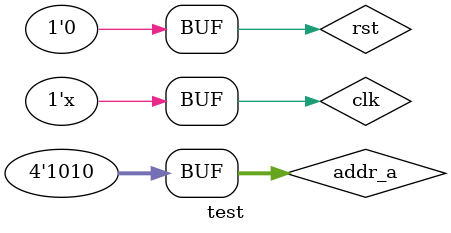
<source format=v>
`timescale 1ns / 1ps


module test;

	// Inputs
	reg clk;
	reg rst;
	reg [3:0] addr_a;

	// Outputs
	wire [3:0] sel;
	wire [7:0] data;

	// Instantiate the Unit Under Test (UUT)
	top uut (
		.clk(clk), 
		.rst(rst), 
		.addr_a(addr_a), 
		.sel(sel), 
		.data(data)
	);

	initial begin
		// Initialize Inputs
		clk = 0;
		rst = 0;
		#1;
		rst = 1;
		#1;
		rst = 0;
		addr_a = 0;

		// Wait 100 ns for global reset to finish
		#100;
        addr_a = 4'b1010;
		// Add stimulus here

	end
	always #1 clk = ~clk;
      
endmodule


</source>
